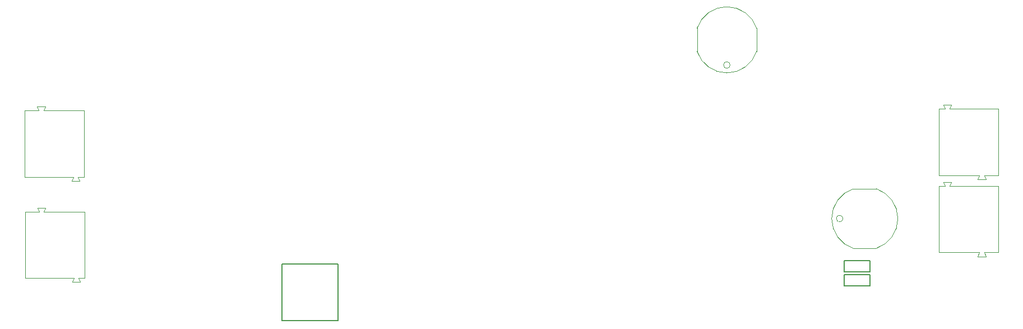
<source format=gbr>
%TF.GenerationSoftware,Altium Limited,Altium Designer,21.6.4 (81)*%
G04 Layer_Color=16711935*
%FSLAX43Y43*%
%MOMM*%
%TF.SameCoordinates,00D99F87-3ADF-4980-A611-A04F0DE90361*%
%TF.FilePolarity,Positive*%
%TF.FileFunction,Other,Top_3D_Body*%
%TF.Part,Single*%
G01*
G75*
%TA.AperFunction,NonConductor*%
%ADD66C,0.200*%
%ADD91C,0.100*%
D66*
X124818Y16850D02*
Y18550D01*
Y16850D02*
X128718D01*
Y18550D01*
X124818D02*
X128718D01*
X39891Y20125D02*
X48391D01*
X39891Y11625D02*
Y20125D01*
Y11625D02*
X48391D01*
Y20125D01*
X124818Y18975D02*
Y20675D01*
Y18975D02*
X128718D01*
Y20675D01*
X124818D02*
X128718D01*
D91*
X129708Y22525D02*
G03*
X129708Y31525I-1490J4500D01*
G01*
X126208D02*
G03*
X126208Y22525I1490J-4500D01*
G01*
X124658Y27025D02*
G03*
X124658Y27025I-500J0D01*
G01*
X107625Y50225D02*
G03*
X107625Y50225I-500J0D01*
G01*
X102625Y52275D02*
G03*
X111625Y52275I4500J1490D01*
G01*
Y55775D02*
G03*
X102625Y55775I-4500J-1490D01*
G01*
X126208Y22525D02*
X129708D01*
X126208Y31525D02*
X129708D01*
X102625Y52275D02*
Y55775D01*
X111625Y52275D02*
Y55775D01*
X1127Y18025D02*
X8477D01*
X9177D02*
X10127D01*
Y28025D01*
X1127Y18025D02*
Y28025D01*
X3277D01*
X3977D02*
X10127D01*
X3027Y28625D02*
X4227D01*
X3027D02*
X3277Y28025D01*
X3977D02*
X4227Y28625D01*
X9177Y18025D02*
X9427Y17425D01*
X8227D02*
X9427D01*
X8227D02*
X8477Y18025D01*
X140786Y43575D02*
X148136D01*
X139136D02*
X140086D01*
X139136Y33575D02*
Y43575D01*
X148136Y33575D02*
Y43575D01*
X145986Y33575D02*
X148136D01*
X139136D02*
X145286D01*
X145036Y32975D02*
X146236D01*
X145986Y33575D02*
X146236Y32975D01*
X145036D02*
X145286Y33575D01*
X139836Y44175D02*
X140086Y43575D01*
X139836Y44175D02*
X141036D01*
X140787Y43575D02*
X141036Y44175D01*
X140786Y31900D02*
X148136D01*
X139136D02*
X140086D01*
X139136Y21900D02*
Y31900D01*
X148136Y21900D02*
Y31900D01*
X145986Y21900D02*
X148136D01*
X139136D02*
X145286D01*
X145036Y21300D02*
X146236D01*
X145986Y21900D02*
X146236Y21300D01*
X145036D02*
X145286Y21900D01*
X139836Y32500D02*
X140086Y31900D01*
X139836Y32500D02*
X141036D01*
X140787Y31900D02*
X141036Y32500D01*
X1068Y33325D02*
X8418D01*
X9118D02*
X10068D01*
Y43325D01*
X1068Y33325D02*
Y43325D01*
X3218D01*
X3918D02*
X10068D01*
X2968Y43925D02*
X4168D01*
X2968D02*
X3217Y43325D01*
X3918D02*
X4168Y43925D01*
X9118Y33325D02*
X9367Y32725D01*
X8167D02*
X9367D01*
X8167D02*
X8417Y33325D01*
%TF.MD5,2f69b27e4f9cab6992288d4f7db80f6d*%
M02*

</source>
